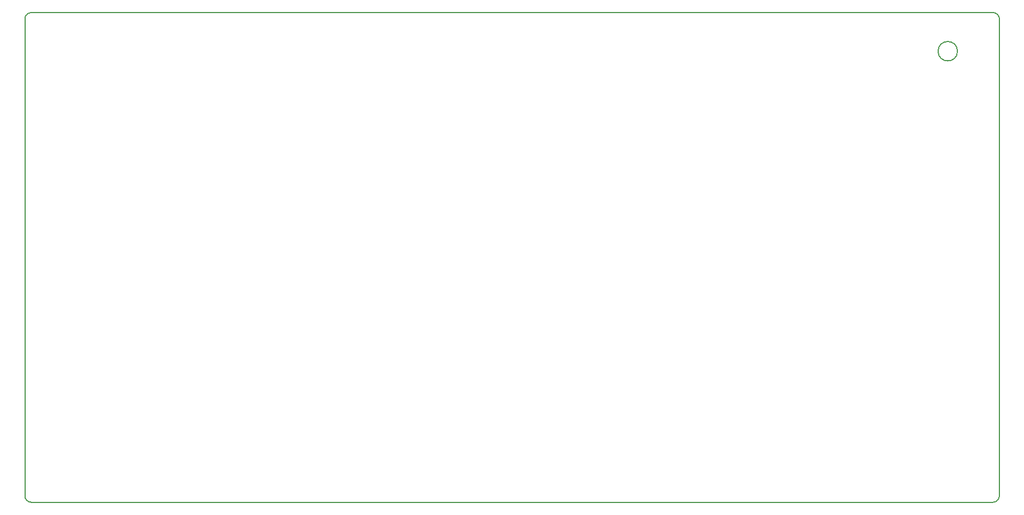
<source format=gm1>
G04 #@! TF.GenerationSoftware,KiCad,Pcbnew,(5.1.5)-3*
G04 #@! TF.CreationDate,2020-05-19T11:01:32+09:00*
G04 #@! TF.ProjectId,7x4x2-bot,37783478-322d-4626-9f74-2e6b69636164,rev?*
G04 #@! TF.SameCoordinates,PX2faf080PY2faf080*
G04 #@! TF.FileFunction,Profile,NP*
%FSLAX46Y46*%
G04 Gerber Fmt 4.6, Leading zero omitted, Abs format (unit mm)*
G04 Created by KiCad (PCBNEW (5.1.5)-3) date 2020-05-19 11:01:32*
%MOMM*%
%LPD*%
G04 APERTURE LIST*
%ADD10C,0.150000*%
G04 APERTURE END LIST*
D10*
X146901001Y-31855521D02*
G75*
G03X146901001Y-31855521I-1500000J0D01*
G01*
X2401001Y-26855521D02*
G75*
G02X3401001Y-25855521I1000000J0D01*
G01*
X3401001Y-101855521D02*
G75*
G02X2401001Y-100855521I0J1000000D01*
G01*
X153401001Y-100855521D02*
G75*
G02X152401001Y-101855521I-1000000J0D01*
G01*
X152401001Y-25855521D02*
G75*
G02X153401001Y-26855521I0J-1000000D01*
G01*
X2401001Y-26855521D02*
X2401001Y-100855521D01*
X152401001Y-25855521D02*
X3401001Y-25855521D01*
X153401001Y-100855521D02*
X153401001Y-26855521D01*
X3401001Y-101855521D02*
X152401001Y-101855521D01*
M02*

</source>
